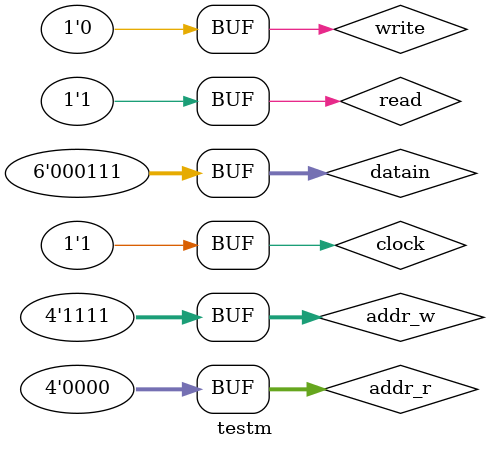
<source format=v>
`timescale
module testm;

	reg clock;
	reg write;
	reg [5:0]datain;
	reg [3:0]addr_w;
	reg read;
	reg [3:0]addr_r;
	wire [5:0]dataout;

	random_accsess_memory #(16, 6) mem (clock,write,datain,addr_w,read,addr_r,dataout);
	
	initial
	begin
	
		$monitor(  "datain=%d, dataout = %d, memory[0]=%d, memory[5]=%d, memory[15]=%d", datain, dataout, mem.mem_unit[5:0], mem.mem_unit[35:30], mem.mem_unit[95:90] );
	
		write = 1;
		datain = 'd2;
		addr_w = 0;
		clock = 1;
		#1 clock = 0;
		write = 0;
		
		#1 clock = 1;
		read = 1;
		addr_r = 0;
		#1
		
		#1 clock = 0;
		read = 0;
		
		write = 1;
		datain = 'd10;
		addr_w = 'd5;
		clock = 1;
		#1 clock = 0;
		write = 0;
		
		#1 clock = 1;
		read = 1;
		addr_r = 'd5;
		#1

		#1 clock = 0;
		read = 0;
		
		write = 1;
		datain = 'd11;
		addr_w = 'd5;
		clock = 1;
		read = 1;
		addr_r = 'd3;
		#1
		
		#1 clock = 0;
		read = 0;
		#1 clock = 1;
		read = 1;
		addr_r = 'd5;
		#1
		
		#1 clock = 0;
		read = 0;
		
		write = 1;
		datain = 'd7;
		addr_w = 'd15;
		clock = 1;
		#1 clock = 0;
		write = 0;
		
		#1 clock = 1;
		read = 1;
		addr_r = 0;
		#1;	
	
	end

endmodule
</source>
